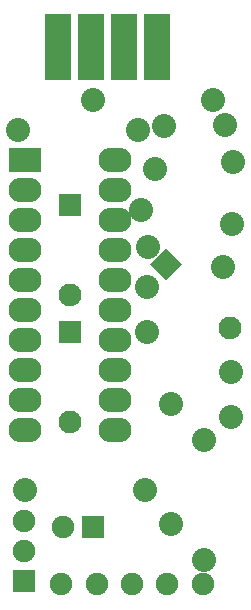
<source format=gbs>
G04 (created by PCBNEW-RS274X (2011-05-25)-stable) date Wed 29 Aug 2012 05:18:07 PM CDT*
G01*
G70*
G90*
%MOIN*%
G04 Gerber Fmt 3.4, Leading zero omitted, Abs format*
%FSLAX34Y34*%
G04 APERTURE LIST*
%ADD10C,0.006000*%
%ADD11R,0.075000X0.075000*%
%ADD12C,0.075000*%
%ADD13R,0.076000X0.076000*%
%ADD14C,0.076000*%
%ADD15R,0.090000X0.220000*%
%ADD16R,0.110000X0.082000*%
%ADD17O,0.110000X0.082000*%
%ADD18C,0.080000*%
G04 APERTURE END LIST*
G54D10*
G54D11*
X00700Y-18800D03*
G54D12*
X00700Y-17800D03*
X00700Y-16800D03*
G54D11*
X03000Y-17000D03*
G54D12*
X02000Y-17000D03*
G54D13*
X02250Y-06250D03*
G54D14*
X02250Y-09250D03*
G54D10*
G36*
X05976Y-08239D02*
X05439Y-08776D01*
X04902Y-08239D01*
X05439Y-07702D01*
X05976Y-08239D01*
X05976Y-08239D01*
G37*
G54D14*
X07561Y-10361D03*
G54D13*
X02250Y-10500D03*
G54D14*
X02250Y-13500D03*
G54D15*
X01850Y-01000D03*
X02950Y-01000D03*
X04050Y-01000D03*
X05150Y-01000D03*
G54D16*
X00750Y-04750D03*
G54D17*
X00750Y-05750D03*
X00750Y-06750D03*
X00750Y-07750D03*
X00750Y-08750D03*
X00750Y-09750D03*
X00750Y-10750D03*
X00750Y-11750D03*
X00750Y-12750D03*
X00750Y-13750D03*
X03750Y-13750D03*
X03750Y-12750D03*
X03750Y-11750D03*
X03750Y-10750D03*
X03750Y-09750D03*
X03750Y-08750D03*
X03750Y-07750D03*
X03750Y-06750D03*
X03750Y-05750D03*
X03750Y-04750D03*
G54D18*
X07000Y-02750D03*
X03000Y-02750D03*
X07414Y-03586D03*
X04586Y-06414D03*
X07647Y-06888D03*
X05353Y-03612D03*
X07664Y-04836D03*
X04836Y-07664D03*
X07347Y-08338D03*
X05053Y-05062D03*
X07614Y-11814D03*
X04786Y-08986D03*
X07614Y-13314D03*
X04786Y-10486D03*
X06700Y-18100D03*
X06700Y-14100D03*
X05600Y-16900D03*
X05600Y-12900D03*
X04750Y-15750D03*
X00750Y-15750D03*
X00500Y-03750D03*
X04500Y-03750D03*
G54D12*
X05481Y-18900D03*
X04300Y-18900D03*
X03119Y-18900D03*
X01938Y-18900D03*
X06662Y-18900D03*
M02*

</source>
